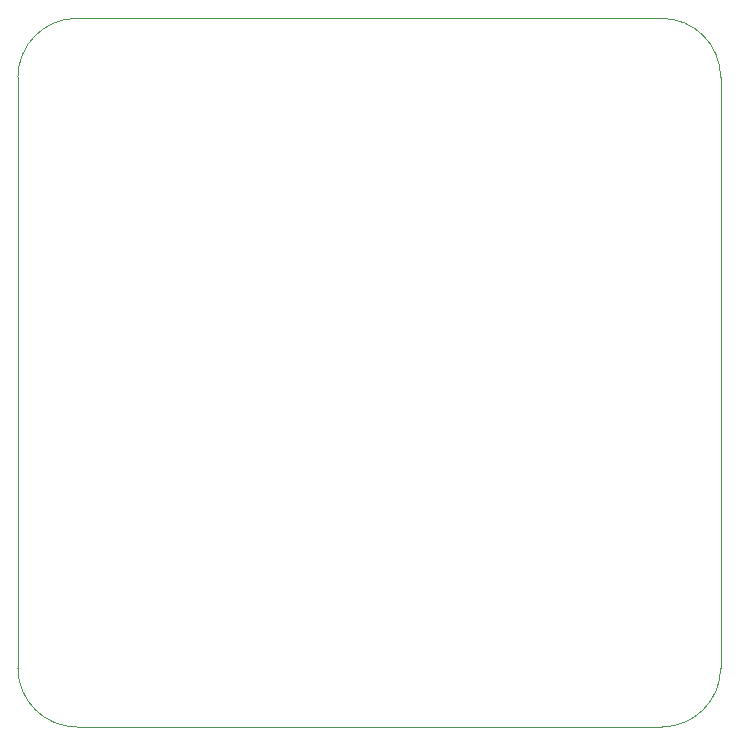
<source format=gm1>
%TF.GenerationSoftware,KiCad,Pcbnew,(6.0.5)*%
%TF.CreationDate,2022-09-03T12:51:18+02:00*%
%TF.ProjectId,hyperram_asic,68797065-7272-4616-9d5f-617369632e6b,rev?*%
%TF.SameCoordinates,Original*%
%TF.FileFunction,Profile,NP*%
%FSLAX46Y46*%
G04 Gerber Fmt 4.6, Leading zero omitted, Abs format (unit mm)*
G04 Created by KiCad (PCBNEW (6.0.5)) date 2022-09-03 12:51:18*
%MOMM*%
%LPD*%
G01*
G04 APERTURE LIST*
%TA.AperFunction,Profile*%
%ADD10C,0.050000*%
%TD*%
G04 APERTURE END LIST*
D10*
X197000000Y-129300000D02*
G75*
G03*
X202000000Y-124300000I0J5000000D01*
G01*
X142500000Y-124300000D02*
G75*
G03*
X147500000Y-129300000I5000000J0D01*
G01*
X147500000Y-69300000D02*
G75*
G03*
X142500000Y-74300000I0J-5000000D01*
G01*
X142500000Y-74300000D02*
X142500000Y-124300000D01*
X202000000Y-74300000D02*
G75*
G03*
X197000000Y-69300000I-5000000J0D01*
G01*
X197000000Y-129300000D02*
X147500000Y-129300000D01*
X202000000Y-124300000D02*
X202000000Y-74300000D01*
X147500000Y-69300000D02*
X197000000Y-69300000D01*
M02*

</source>
